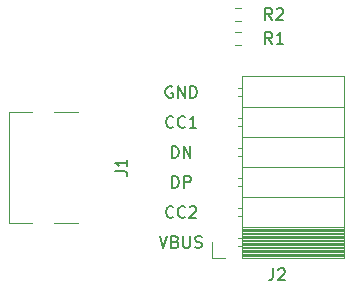
<source format=gbr>
%TF.GenerationSoftware,KiCad,Pcbnew,(6.0.1)*%
%TF.CreationDate,2022-02-05T19:44:41+08:00*%
%TF.ProjectId,Type-C_Ext,54797065-2d43-45f4-9578-742e6b696361,rev?*%
%TF.SameCoordinates,Original*%
%TF.FileFunction,Legend,Top*%
%TF.FilePolarity,Positive*%
%FSLAX46Y46*%
G04 Gerber Fmt 4.6, Leading zero omitted, Abs format (unit mm)*
G04 Created by KiCad (PCBNEW (6.0.1)) date 2022-02-05 19:44:41*
%MOMM*%
%LPD*%
G01*
G04 APERTURE LIST*
%ADD10C,0.150000*%
%ADD11C,0.120000*%
G04 APERTURE END LIST*
D10*
X115665333Y-85955142D02*
X115617714Y-86002761D01*
X115474857Y-86050380D01*
X115379619Y-86050380D01*
X115236761Y-86002761D01*
X115141523Y-85907523D01*
X115093904Y-85812285D01*
X115046285Y-85621809D01*
X115046285Y-85478952D01*
X115093904Y-85288476D01*
X115141523Y-85193238D01*
X115236761Y-85098000D01*
X115379619Y-85050380D01*
X115474857Y-85050380D01*
X115617714Y-85098000D01*
X115665333Y-85145619D01*
X116665333Y-85955142D02*
X116617714Y-86002761D01*
X116474857Y-86050380D01*
X116379619Y-86050380D01*
X116236761Y-86002761D01*
X116141523Y-85907523D01*
X116093904Y-85812285D01*
X116046285Y-85621809D01*
X116046285Y-85478952D01*
X116093904Y-85288476D01*
X116141523Y-85193238D01*
X116236761Y-85098000D01*
X116379619Y-85050380D01*
X116474857Y-85050380D01*
X116617714Y-85098000D01*
X116665333Y-85145619D01*
X117617714Y-86050380D02*
X117046285Y-86050380D01*
X117332000Y-86050380D02*
X117332000Y-85050380D01*
X117236761Y-85193238D01*
X117141523Y-85288476D01*
X117046285Y-85336095D01*
X115570095Y-82558000D02*
X115474857Y-82510380D01*
X115332000Y-82510380D01*
X115189142Y-82558000D01*
X115093904Y-82653238D01*
X115046285Y-82748476D01*
X114998666Y-82938952D01*
X114998666Y-83081809D01*
X115046285Y-83272285D01*
X115093904Y-83367523D01*
X115189142Y-83462761D01*
X115332000Y-83510380D01*
X115427238Y-83510380D01*
X115570095Y-83462761D01*
X115617714Y-83415142D01*
X115617714Y-83081809D01*
X115427238Y-83081809D01*
X116046285Y-83510380D02*
X116046285Y-82510380D01*
X116617714Y-83510380D01*
X116617714Y-82510380D01*
X117093904Y-83510380D02*
X117093904Y-82510380D01*
X117332000Y-82510380D01*
X117474857Y-82558000D01*
X117570095Y-82653238D01*
X117617714Y-82748476D01*
X117665333Y-82938952D01*
X117665333Y-83081809D01*
X117617714Y-83272285D01*
X117570095Y-83367523D01*
X117474857Y-83462761D01*
X117332000Y-83510380D01*
X117093904Y-83510380D01*
X115665333Y-93575142D02*
X115617714Y-93622761D01*
X115474857Y-93670380D01*
X115379619Y-93670380D01*
X115236761Y-93622761D01*
X115141523Y-93527523D01*
X115093904Y-93432285D01*
X115046285Y-93241809D01*
X115046285Y-93098952D01*
X115093904Y-92908476D01*
X115141523Y-92813238D01*
X115236761Y-92718000D01*
X115379619Y-92670380D01*
X115474857Y-92670380D01*
X115617714Y-92718000D01*
X115665333Y-92765619D01*
X116665333Y-93575142D02*
X116617714Y-93622761D01*
X116474857Y-93670380D01*
X116379619Y-93670380D01*
X116236761Y-93622761D01*
X116141523Y-93527523D01*
X116093904Y-93432285D01*
X116046285Y-93241809D01*
X116046285Y-93098952D01*
X116093904Y-92908476D01*
X116141523Y-92813238D01*
X116236761Y-92718000D01*
X116379619Y-92670380D01*
X116474857Y-92670380D01*
X116617714Y-92718000D01*
X116665333Y-92765619D01*
X117046285Y-92765619D02*
X117093904Y-92718000D01*
X117189142Y-92670380D01*
X117427238Y-92670380D01*
X117522476Y-92718000D01*
X117570095Y-92765619D01*
X117617714Y-92860857D01*
X117617714Y-92956095D01*
X117570095Y-93098952D01*
X116998666Y-93670380D01*
X117617714Y-93670380D01*
X115546285Y-88590380D02*
X115546285Y-87590380D01*
X115784380Y-87590380D01*
X115927238Y-87638000D01*
X116022476Y-87733238D01*
X116070095Y-87828476D01*
X116117714Y-88018952D01*
X116117714Y-88161809D01*
X116070095Y-88352285D01*
X116022476Y-88447523D01*
X115927238Y-88542761D01*
X115784380Y-88590380D01*
X115546285Y-88590380D01*
X116546285Y-88590380D02*
X116546285Y-87590380D01*
X117117714Y-88590380D01*
X117117714Y-87590380D01*
X114498666Y-95210380D02*
X114832000Y-96210380D01*
X115165333Y-95210380D01*
X115832000Y-95686571D02*
X115974857Y-95734190D01*
X116022476Y-95781809D01*
X116070095Y-95877047D01*
X116070095Y-96019904D01*
X116022476Y-96115142D01*
X115974857Y-96162761D01*
X115879619Y-96210380D01*
X115498666Y-96210380D01*
X115498666Y-95210380D01*
X115832000Y-95210380D01*
X115927238Y-95258000D01*
X115974857Y-95305619D01*
X116022476Y-95400857D01*
X116022476Y-95496095D01*
X115974857Y-95591333D01*
X115927238Y-95638952D01*
X115832000Y-95686571D01*
X115498666Y-95686571D01*
X116498666Y-95210380D02*
X116498666Y-96019904D01*
X116546285Y-96115142D01*
X116593904Y-96162761D01*
X116689142Y-96210380D01*
X116879619Y-96210380D01*
X116974857Y-96162761D01*
X117022476Y-96115142D01*
X117070095Y-96019904D01*
X117070095Y-95210380D01*
X117498666Y-96162761D02*
X117641523Y-96210380D01*
X117879619Y-96210380D01*
X117974857Y-96162761D01*
X118022476Y-96115142D01*
X118070095Y-96019904D01*
X118070095Y-95924666D01*
X118022476Y-95829428D01*
X117974857Y-95781809D01*
X117879619Y-95734190D01*
X117689142Y-95686571D01*
X117593904Y-95638952D01*
X117546285Y-95591333D01*
X117498666Y-95496095D01*
X117498666Y-95400857D01*
X117546285Y-95305619D01*
X117593904Y-95258000D01*
X117689142Y-95210380D01*
X117927238Y-95210380D01*
X118070095Y-95258000D01*
X115570095Y-91130380D02*
X115570095Y-90130380D01*
X115808190Y-90130380D01*
X115951047Y-90178000D01*
X116046285Y-90273238D01*
X116093904Y-90368476D01*
X116141523Y-90558952D01*
X116141523Y-90701809D01*
X116093904Y-90892285D01*
X116046285Y-90987523D01*
X115951047Y-91082761D01*
X115808190Y-91130380D01*
X115570095Y-91130380D01*
X116570095Y-91130380D02*
X116570095Y-90130380D01*
X116951047Y-90130380D01*
X117046285Y-90178000D01*
X117093904Y-90225619D01*
X117141523Y-90320857D01*
X117141523Y-90463714D01*
X117093904Y-90558952D01*
X117046285Y-90606571D01*
X116951047Y-90654190D01*
X116570095Y-90654190D01*
%TO.C,R1*%
X124039333Y-78938380D02*
X123706000Y-78462190D01*
X123467904Y-78938380D02*
X123467904Y-77938380D01*
X123848857Y-77938380D01*
X123944095Y-77986000D01*
X123991714Y-78033619D01*
X124039333Y-78128857D01*
X124039333Y-78271714D01*
X123991714Y-78366952D01*
X123944095Y-78414571D01*
X123848857Y-78462190D01*
X123467904Y-78462190D01*
X124991714Y-78938380D02*
X124420285Y-78938380D01*
X124706000Y-78938380D02*
X124706000Y-77938380D01*
X124610761Y-78081238D01*
X124515523Y-78176476D01*
X124420285Y-78224095D01*
%TO.C,J2*%
X124106675Y-97955386D02*
X124106675Y-98669672D01*
X124059056Y-98812529D01*
X123963818Y-98907767D01*
X123820961Y-98955386D01*
X123725723Y-98955386D01*
X124535247Y-98050625D02*
X124582866Y-98003006D01*
X124678104Y-97955386D01*
X124916199Y-97955386D01*
X125011437Y-98003006D01*
X125059056Y-98050625D01*
X125106675Y-98145863D01*
X125106675Y-98241101D01*
X125059056Y-98383958D01*
X124487628Y-98955386D01*
X125106675Y-98955386D01*
%TO.C,J1*%
X110761380Y-89741333D02*
X111475666Y-89741333D01*
X111618523Y-89788952D01*
X111713761Y-89884190D01*
X111761380Y-90027047D01*
X111761380Y-90122285D01*
X111761380Y-88741333D02*
X111761380Y-89312761D01*
X111761380Y-89027047D02*
X110761380Y-89027047D01*
X110904238Y-89122285D01*
X110999476Y-89217523D01*
X111047095Y-89312761D01*
%TO.C,R2*%
X124039333Y-76906380D02*
X123706000Y-76430190D01*
X123467904Y-76906380D02*
X123467904Y-75906380D01*
X123848857Y-75906380D01*
X123944095Y-75954000D01*
X123991714Y-76001619D01*
X124039333Y-76096857D01*
X124039333Y-76239714D01*
X123991714Y-76334952D01*
X123944095Y-76382571D01*
X123848857Y-76430190D01*
X123467904Y-76430190D01*
X124420285Y-76001619D02*
X124467904Y-75954000D01*
X124563142Y-75906380D01*
X124801238Y-75906380D01*
X124896476Y-75954000D01*
X124944095Y-76001619D01*
X124991714Y-76096857D01*
X124991714Y-76192095D01*
X124944095Y-76334952D01*
X124372666Y-76906380D01*
X124991714Y-76906380D01*
D11*
%TO.C,R1*%
X121412724Y-77963500D02*
X120903276Y-77963500D01*
X121412724Y-79008500D02*
X120903276Y-79008500D01*
%TO.C,J2*%
X130150009Y-96943006D02*
X121520009Y-96943006D01*
X130150009Y-96234436D02*
X121520009Y-96234436D01*
X121520009Y-85213006D02*
X121110009Y-85213006D01*
X130150009Y-95407771D02*
X121520009Y-95407771D01*
X121520009Y-96093006D02*
X121170009Y-96093006D01*
X121520009Y-83393006D02*
X121110009Y-83393006D01*
X121520009Y-82673006D02*
X121110009Y-82673006D01*
X121520009Y-97063006D02*
X121520009Y-81703006D01*
X121520009Y-93553006D02*
X121110009Y-93553006D01*
X120060009Y-97063006D02*
X118950009Y-97063006D01*
X121520009Y-95373006D02*
X121170009Y-95373006D01*
X130150009Y-84303006D02*
X121520009Y-84303006D01*
X121520009Y-90293006D02*
X121110009Y-90293006D01*
X130150009Y-97063006D02*
X121520009Y-97063006D01*
X130150009Y-95762056D02*
X121520009Y-95762056D01*
X121520009Y-92833006D02*
X121110009Y-92833006D01*
X130150009Y-81703006D02*
X121520009Y-81703006D01*
X121520009Y-87753006D02*
X121110009Y-87753006D01*
X130150009Y-96470626D02*
X121520009Y-96470626D01*
X130150009Y-95525866D02*
X121520009Y-95525866D01*
X130150009Y-95053486D02*
X121520009Y-95053486D01*
X130150009Y-89383006D02*
X121520009Y-89383006D01*
X130150009Y-96706816D02*
X121520009Y-96706816D01*
X130150009Y-86843006D02*
X121520009Y-86843006D01*
X130150009Y-96588721D02*
X121520009Y-96588721D01*
X130150009Y-96116341D02*
X121520009Y-96116341D01*
X130150009Y-91923006D02*
X121520009Y-91923006D01*
X130150009Y-94699201D02*
X121520009Y-94699201D01*
X130150009Y-96352531D02*
X121520009Y-96352531D01*
X130150009Y-95998246D02*
X121520009Y-95998246D01*
X130150009Y-97063006D02*
X130150009Y-81703006D01*
X130150009Y-95643961D02*
X121520009Y-95643961D01*
X121520009Y-88473006D02*
X121110009Y-88473006D01*
X130150009Y-94463006D02*
X121520009Y-94463006D01*
X130150009Y-96824911D02*
X121520009Y-96824911D01*
X121520009Y-91013006D02*
X121110009Y-91013006D01*
X130150009Y-94817296D02*
X121520009Y-94817296D01*
X118950009Y-97063006D02*
X118950009Y-95733006D01*
X130150009Y-95289676D02*
X121520009Y-95289676D01*
X121520009Y-85933006D02*
X121110009Y-85933006D01*
X130150009Y-95171581D02*
X121520009Y-95171581D01*
X130150009Y-94935391D02*
X121520009Y-94935391D01*
X130150009Y-94581106D02*
X121520009Y-94581106D01*
X130150009Y-95880151D02*
X121520009Y-95880151D01*
%TO.C,J1*%
X103664000Y-84708000D02*
X101764000Y-84708000D01*
X101764000Y-84708000D02*
X101764000Y-94108000D01*
X103664000Y-94108000D02*
X101764000Y-94108000D01*
X107564000Y-94108000D02*
X105564000Y-94108000D01*
X107564000Y-84708000D02*
X105564000Y-84708000D01*
%TO.C,R2*%
X121412724Y-75931500D02*
X120903276Y-75931500D01*
X121412724Y-76976500D02*
X120903276Y-76976500D01*
%TD*%
M02*

</source>
